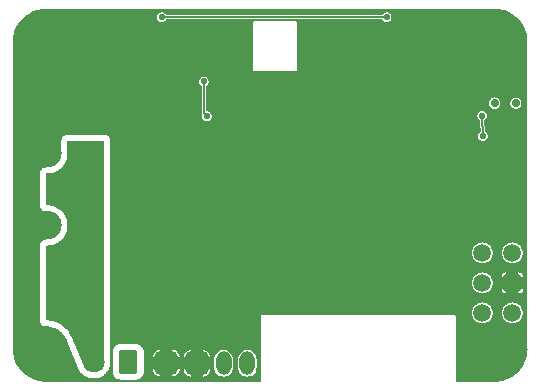
<source format=gbr>
%TF.GenerationSoftware,Altium Limited,Altium Designer,20.1.8 (145)*%
G04 Layer_Physical_Order=2*
G04 Layer_Color=16711680*
%FSLAX24Y24*%
%MOIN*%
%TF.SameCoordinates,2251247C-4072-41CD-9A68-8E7E2D596FDF*%
%TF.FilePolarity,Positive*%
%TF.FileFunction,Copper,L2,Bot,Signal*%
%TF.Part,Single*%
G01*
G75*
%TA.AperFunction,Conductor*%
%ADD10C,0.0050*%
%TA.AperFunction,ComponentPad*%
%ADD35C,0.0276*%
%TA.AperFunction,ViaPad*%
%ADD36C,0.0276*%
%TA.AperFunction,ComponentPad*%
%ADD37C,0.0591*%
G04:AMPARAMS|DCode=38|XSize=59.1mil|YSize=59.1mil|CornerRadius=5.9mil|HoleSize=0mil|Usage=FLASHONLY|Rotation=180.000|XOffset=0mil|YOffset=0mil|HoleType=Round|Shape=RoundedRectangle|*
%AMROUNDEDRECTD38*
21,1,0.0591,0.0472,0,0,180.0*
21,1,0.0472,0.0591,0,0,180.0*
1,1,0.0118,-0.0236,0.0236*
1,1,0.0118,0.0236,0.0236*
1,1,0.0118,0.0236,-0.0236*
1,1,0.0118,-0.0236,-0.0236*
%
%ADD38ROUNDEDRECTD38*%
G04:AMPARAMS|DCode=39|XSize=63mil|YSize=78.7mil|CornerRadius=6.3mil|HoleSize=0mil|Usage=FLASHONLY|Rotation=0.000|XOffset=0mil|YOffset=0mil|HoleType=Round|Shape=RoundedRectangle|*
%AMROUNDEDRECTD39*
21,1,0.0630,0.0661,0,0,0.0*
21,1,0.0504,0.0787,0,0,0.0*
1,1,0.0126,0.0252,-0.0331*
1,1,0.0126,-0.0252,-0.0331*
1,1,0.0126,-0.0252,0.0331*
1,1,0.0126,0.0252,0.0331*
%
%ADD39ROUNDEDRECTD39*%
%ADD40C,0.0709*%
%TA.AperFunction,ViaPad*%
%ADD41O,0.1575X0.0945*%
%ADD42C,0.1496*%
%TA.AperFunction,ComponentPad*%
G04:AMPARAMS|DCode=43|XSize=51.2mil|YSize=78.7mil|CornerRadius=25.6mil|HoleSize=0mil|Usage=FLASHONLY|Rotation=0.000|XOffset=0mil|YOffset=0mil|HoleType=Round|Shape=RoundedRectangle|*
%AMROUNDEDRECTD43*
21,1,0.0512,0.0276,0,0,0.0*
21,1,0.0000,0.0787,0,0,0.0*
1,1,0.0512,0.0000,-0.0138*
1,1,0.0512,0.0000,-0.0138*
1,1,0.0512,0.0000,0.0138*
1,1,0.0512,0.0000,0.0138*
%
%ADD43ROUNDEDRECTD43*%
G04:AMPARAMS|DCode=44|XSize=78.7mil|YSize=78.7mil|CornerRadius=19.7mil|HoleSize=0mil|Usage=FLASHONLY|Rotation=0.000|XOffset=0mil|YOffset=0mil|HoleType=Round|Shape=RoundedRectangle|*
%AMROUNDEDRECTD44*
21,1,0.0787,0.0394,0,0,0.0*
21,1,0.0394,0.0787,0,0,0.0*
1,1,0.0394,0.0197,-0.0197*
1,1,0.0394,-0.0197,-0.0197*
1,1,0.0394,-0.0197,0.0197*
1,1,0.0394,0.0197,0.0197*
%
%ADD44ROUNDEDRECTD44*%
%TA.AperFunction,ViaPad*%
%ADD45C,0.0260*%
%ADD46C,0.0220*%
%TA.AperFunction,TestPad*%
%ADD47C,0.0591*%
G36*
X16228Y12511D02*
X16313Y12501D01*
X16398Y12484D01*
X16481Y12461D01*
X16562Y12431D01*
X16640Y12395D01*
X16715Y12353D01*
X16787Y12305D01*
X16854Y12252D01*
X16918Y12193D01*
X16976Y12130D01*
X17029Y12062D01*
X17077Y11991D01*
X17119Y11915D01*
X17155Y11837D01*
X17185Y11756D01*
X17209Y11673D01*
X17225Y11589D01*
X17236Y11503D01*
X17237Y11467D01*
X17238Y11417D01*
X17238Y11417D01*
X17238Y11369D01*
Y1181D01*
X17239Y1178D01*
X17236Y1095D01*
X17225Y1009D01*
X17209Y925D01*
X17185Y842D01*
X17155Y761D01*
X17119Y683D01*
X17077Y608D01*
X17029Y536D01*
X16976Y469D01*
X16918Y405D01*
X16854Y347D01*
X16787Y293D01*
X16715Y246D01*
X16640Y203D01*
X16562Y167D01*
X16481Y138D01*
X16398Y114D01*
X16313Y97D01*
X16228Y87D01*
X16191Y86D01*
X16142Y84D01*
X16142Y84D01*
X16093Y84D01*
X14862D01*
Y2253D01*
X14858Y2273D01*
X14847Y2289D01*
X14831Y2300D01*
X14811Y2304D01*
X8391D01*
X8371Y2300D01*
X8355Y2289D01*
X8344Y2273D01*
X8340Y2253D01*
Y84D01*
X1181D01*
X1178Y84D01*
X1095Y87D01*
X1009Y97D01*
X925Y114D01*
X842Y138D01*
X761Y167D01*
X683Y203D01*
X608Y246D01*
X536Y293D01*
X469Y347D01*
X405Y405D01*
X347Y469D01*
X293Y536D01*
X246Y608D01*
X203Y683D01*
X167Y761D01*
X138Y842D01*
X114Y925D01*
X97Y1009D01*
X87Y1095D01*
X84Y1178D01*
X84Y1181D01*
Y11432D01*
X87Y11503D01*
X97Y11589D01*
X114Y11673D01*
X138Y11756D01*
X167Y11837D01*
X203Y11915D01*
X246Y11991D01*
X293Y12062D01*
X347Y12130D01*
X405Y12193D01*
X469Y12252D01*
X536Y12305D01*
X608Y12353D01*
X683Y12395D01*
X761Y12431D01*
X842Y12461D01*
X925Y12484D01*
X1009Y12501D01*
X1095Y12511D01*
X1178Y12514D01*
X1181Y12514D01*
X16142D01*
X16145Y12514D01*
X16228Y12511D01*
D02*
G37*
%LPC*%
G36*
X12542Y12394D02*
X12511Y12391D01*
X12480Y12382D01*
X12453Y12367D01*
X12428Y12347D01*
X12408Y12323D01*
X12401Y12309D01*
X5186D01*
X5179Y12323D01*
X5159Y12347D01*
X5134Y12367D01*
X5106Y12382D01*
X5076Y12391D01*
X5045Y12394D01*
X5013Y12391D01*
X4983Y12382D01*
X4955Y12367D01*
X4931Y12347D01*
X4911Y12323D01*
X4896Y12295D01*
X4887Y12265D01*
X4884Y12233D01*
X4887Y12202D01*
X4896Y12172D01*
X4911Y12144D01*
X4931Y12119D01*
X4955Y12099D01*
X4983Y12085D01*
X5013Y12075D01*
X5045Y12072D01*
X5076Y12075D01*
X5106Y12085D01*
X5134Y12099D01*
X5159Y12119D01*
X5179Y12144D01*
X5186Y12158D01*
X12401D01*
X12408Y12144D01*
X12428Y12119D01*
X12453Y12099D01*
X12480Y12085D01*
X12511Y12075D01*
X12542Y12072D01*
X12573Y12075D01*
X12604Y12085D01*
X12632Y12099D01*
X12656Y12119D01*
X12676Y12144D01*
X12691Y12172D01*
X12700Y12202D01*
X12703Y12233D01*
X12700Y12265D01*
X12691Y12295D01*
X12676Y12323D01*
X12656Y12347D01*
X12632Y12367D01*
X12604Y12382D01*
X12573Y12391D01*
X12542Y12394D01*
D02*
G37*
G36*
X5759Y10990D02*
X5732Y10987D01*
X5706Y10979D01*
X5682Y10967D01*
X5661Y10949D01*
X5643Y10928D01*
X5631Y10905D01*
X5623Y10879D01*
X5620Y10852D01*
X5623Y10825D01*
X5631Y10799D01*
X5643Y10775D01*
X5661Y10754D01*
X5682Y10736D01*
X5706Y10724D01*
X5732Y10716D01*
X5759Y10713D01*
X5786Y10716D01*
X5812Y10724D01*
X5836Y10736D01*
X5857Y10754D01*
X5874Y10775D01*
X5887Y10799D01*
X5894Y10825D01*
X5897Y10852D01*
X5894Y10879D01*
X5887Y10905D01*
X5874Y10928D01*
X5857Y10949D01*
X5836Y10967D01*
X5812Y10979D01*
X5786Y10987D01*
X5759Y10990D01*
D02*
G37*
G36*
X9509Y12103D02*
X8131D01*
X8111Y12099D01*
X8095Y12088D01*
X8084Y12072D01*
X8080Y12052D01*
X8080Y10477D01*
X8084Y10458D01*
X8095Y10441D01*
X8111Y10430D01*
X8131Y10426D01*
X9509D01*
X9528Y10430D01*
X9545Y10441D01*
X9556Y10458D01*
X9560Y10477D01*
X9560Y12052D01*
X9556Y12072D01*
X9545Y12088D01*
X9528Y12099D01*
X9509Y12103D01*
D02*
G37*
G36*
X16848Y9559D02*
X16811Y9555D01*
X16776Y9544D01*
X16743Y9527D01*
X16715Y9504D01*
X16691Y9475D01*
X16674Y9442D01*
X16663Y9407D01*
X16659Y9370D01*
X16663Y9333D01*
X16674Y9298D01*
X16691Y9265D01*
X16715Y9237D01*
X16743Y9213D01*
X16776Y9196D01*
X16811Y9185D01*
X16848Y9181D01*
X16885Y9185D01*
X16920Y9196D01*
X16953Y9213D01*
X16981Y9237D01*
X17005Y9265D01*
X17022Y9298D01*
X17033Y9333D01*
X17037Y9370D01*
X17033Y9407D01*
X17022Y9442D01*
X17005Y9475D01*
X16981Y9504D01*
X16953Y9527D01*
X16920Y9544D01*
X16885Y9555D01*
X16848Y9559D01*
D02*
G37*
G36*
X16139D02*
X16103Y9555D01*
X16067Y9544D01*
X16035Y9527D01*
X16006Y9504D01*
X15982Y9475D01*
X15965Y9442D01*
X15954Y9407D01*
X15951Y9370D01*
X15954Y9333D01*
X15965Y9298D01*
X15982Y9265D01*
X16006Y9237D01*
X16035Y9213D01*
X16067Y9196D01*
X16103Y9185D01*
X16139Y9181D01*
X16176Y9185D01*
X16212Y9196D01*
X16244Y9213D01*
X16273Y9237D01*
X16296Y9265D01*
X16314Y9298D01*
X16324Y9333D01*
X16328Y9370D01*
X16324Y9407D01*
X16314Y9442D01*
X16296Y9475D01*
X16273Y9504D01*
X16244Y9527D01*
X16212Y9544D01*
X16176Y9555D01*
X16139Y9559D01*
D02*
G37*
G36*
X6453Y10251D02*
X6421Y10248D01*
X6391Y10239D01*
X6363Y10224D01*
X6339Y10204D01*
X6319Y10179D01*
X6304Y10151D01*
X6295Y10121D01*
X6292Y10090D01*
X6295Y10058D01*
X6304Y10028D01*
X6319Y10000D01*
X6339Y9976D01*
X6363Y9956D01*
X6377Y9949D01*
Y9031D01*
X6377Y9031D01*
X6380Y9011D01*
X6387Y8993D01*
X6398Y8979D01*
X6393Y8964D01*
X6390Y8932D01*
X6393Y8901D01*
X6403Y8871D01*
X6417Y8843D01*
X6437Y8819D01*
X6462Y8799D01*
X6490Y8784D01*
X6520Y8775D01*
X6551Y8771D01*
X6583Y8775D01*
X6613Y8784D01*
X6641Y8799D01*
X6665Y8819D01*
X6685Y8843D01*
X6700Y8871D01*
X6709Y8901D01*
X6712Y8932D01*
X6709Y8964D01*
X6700Y8994D01*
X6685Y9022D01*
X6665Y9046D01*
X6641Y9066D01*
X6613Y9081D01*
X6583Y9090D01*
X6551Y9093D01*
X6528Y9114D01*
Y9949D01*
X6542Y9956D01*
X6567Y9976D01*
X6587Y10000D01*
X6602Y10028D01*
X6611Y10058D01*
X6614Y10090D01*
X6611Y10121D01*
X6602Y10151D01*
X6587Y10179D01*
X6567Y10204D01*
X6542Y10224D01*
X6514Y10239D01*
X6484Y10248D01*
X6453Y10251D01*
D02*
G37*
G36*
X15724Y9114D02*
X15692Y9111D01*
X15662Y9102D01*
X15634Y9087D01*
X15610Y9067D01*
X15590Y9042D01*
X15575Y9015D01*
X15566Y8984D01*
X15563Y8953D01*
X15566Y8922D01*
X15575Y8891D01*
X15590Y8864D01*
X15610Y8839D01*
X15634Y8819D01*
X15648Y8812D01*
Y8591D01*
X15648Y8591D01*
X15651Y8571D01*
X15658Y8553D01*
X15670Y8537D01*
X15674Y8533D01*
Y8413D01*
X15661Y8406D01*
X15636Y8386D01*
X15616Y8361D01*
X15601Y8334D01*
X15592Y8303D01*
X15589Y8272D01*
X15592Y8240D01*
X15601Y8210D01*
X15616Y8182D01*
X15636Y8158D01*
X15661Y8138D01*
X15689Y8123D01*
X15719Y8114D01*
X15750Y8111D01*
X15782Y8114D01*
X15812Y8123D01*
X15840Y8138D01*
X15864Y8158D01*
X15884Y8182D01*
X15899Y8210D01*
X15908Y8240D01*
X15911Y8272D01*
X15908Y8303D01*
X15899Y8334D01*
X15884Y8361D01*
X15864Y8386D01*
X15840Y8406D01*
X15826Y8413D01*
Y8565D01*
X15826Y8565D01*
X15823Y8584D01*
X15816Y8602D01*
X15804Y8618D01*
X15804Y8618D01*
X15800Y8622D01*
Y8812D01*
X15813Y8819D01*
X15838Y8839D01*
X15858Y8864D01*
X15873Y8891D01*
X15882Y8922D01*
X15885Y8953D01*
X15882Y8984D01*
X15873Y9015D01*
X15858Y9042D01*
X15838Y9067D01*
X15813Y9087D01*
X15786Y9102D01*
X15755Y9111D01*
X15724Y9114D01*
D02*
G37*
G36*
X16735Y4725D02*
X16690Y4722D01*
X16645Y4713D01*
X16602Y4699D01*
X16562Y4679D01*
X16524Y4654D01*
X16490Y4624D01*
X16460Y4590D01*
X16435Y4552D01*
X16415Y4512D01*
X16401Y4469D01*
X16392Y4424D01*
X16389Y4379D01*
X16392Y4334D01*
X16401Y4290D01*
X16415Y4247D01*
X16435Y4206D01*
X16460Y4169D01*
X16490Y4135D01*
X16524Y4105D01*
X16562Y4080D01*
X16602Y4060D01*
X16645Y4045D01*
X16690Y4036D01*
X16735Y4033D01*
X16780Y4036D01*
X16824Y4045D01*
X16867Y4060D01*
X16908Y4080D01*
X16946Y4105D01*
X16980Y4135D01*
X17009Y4169D01*
X17035Y4206D01*
X17055Y4247D01*
X17069Y4290D01*
X17078Y4334D01*
X17081Y4379D01*
X17078Y4424D01*
X17069Y4469D01*
X17055Y4512D01*
X17035Y4552D01*
X17009Y4590D01*
X16980Y4624D01*
X16946Y4654D01*
X16908Y4679D01*
X16867Y4699D01*
X16824Y4713D01*
X16780Y4722D01*
X16735Y4725D01*
D02*
G37*
G36*
X15735D02*
X15690Y4722D01*
X15645Y4713D01*
X15602Y4699D01*
X15562Y4679D01*
X15524Y4654D01*
X15490Y4624D01*
X15460Y4590D01*
X15435Y4552D01*
X15415Y4512D01*
X15401Y4469D01*
X15392Y4424D01*
X15389Y4379D01*
X15392Y4334D01*
X15401Y4290D01*
X15415Y4247D01*
X15435Y4206D01*
X15460Y4169D01*
X15490Y4135D01*
X15524Y4105D01*
X15562Y4080D01*
X15602Y4060D01*
X15645Y4045D01*
X15690Y4036D01*
X15735Y4033D01*
X15780Y4036D01*
X15824Y4045D01*
X15867Y4060D01*
X15908Y4080D01*
X15946Y4105D01*
X15980Y4135D01*
X16009Y4169D01*
X16035Y4206D01*
X16055Y4247D01*
X16069Y4290D01*
X16078Y4334D01*
X16081Y4379D01*
X16078Y4424D01*
X16069Y4469D01*
X16055Y4512D01*
X16035Y4552D01*
X16009Y4590D01*
X15980Y4624D01*
X15946Y4654D01*
X15908Y4679D01*
X15867Y4699D01*
X15824Y4713D01*
X15780Y4722D01*
X15735Y4725D01*
D02*
G37*
G36*
X16971Y3725D02*
X16935D01*
Y3579D01*
X17081D01*
Y3615D01*
X17077Y3644D01*
X17066Y3670D01*
X17049Y3693D01*
X17026Y3711D01*
X17000Y3722D01*
X16971Y3725D01*
D02*
G37*
G36*
X16535D02*
X16499D01*
X16470Y3722D01*
X16444Y3711D01*
X16421Y3693D01*
X16403Y3670D01*
X16392Y3644D01*
X16389Y3615D01*
Y3579D01*
X16535D01*
Y3725D01*
D02*
G37*
G36*
X15735Y3725D02*
X15690Y3722D01*
X15645Y3713D01*
X15602Y3699D01*
X15562Y3679D01*
X15524Y3654D01*
X15490Y3624D01*
X15460Y3590D01*
X15435Y3552D01*
X15415Y3512D01*
X15401Y3469D01*
X15392Y3424D01*
X15389Y3379D01*
X15392Y3334D01*
X15401Y3290D01*
X15415Y3247D01*
X15435Y3206D01*
X15460Y3169D01*
X15490Y3135D01*
X15524Y3105D01*
X15562Y3080D01*
X15602Y3060D01*
X15645Y3045D01*
X15690Y3036D01*
X15735Y3033D01*
X15780Y3036D01*
X15824Y3045D01*
X15867Y3060D01*
X15908Y3080D01*
X15946Y3105D01*
X15980Y3135D01*
X16009Y3169D01*
X16035Y3206D01*
X16055Y3247D01*
X16069Y3290D01*
X16078Y3334D01*
X16081Y3379D01*
X16078Y3424D01*
X16069Y3469D01*
X16055Y3512D01*
X16035Y3552D01*
X16009Y3590D01*
X15980Y3624D01*
X15946Y3654D01*
X15908Y3679D01*
X15867Y3699D01*
X15824Y3713D01*
X15780Y3722D01*
X15735Y3725D01*
D02*
G37*
G36*
X17081Y3179D02*
X16935D01*
Y3033D01*
X16971D01*
X17000Y3037D01*
X17026Y3048D01*
X17049Y3065D01*
X17066Y3088D01*
X17077Y3115D01*
X17081Y3143D01*
Y3179D01*
D02*
G37*
G36*
X16535D02*
X16389D01*
Y3143D01*
X16392Y3115D01*
X16403Y3088D01*
X16421Y3065D01*
X16444Y3048D01*
X16470Y3037D01*
X16499Y3033D01*
X16535D01*
Y3179D01*
D02*
G37*
G36*
X16735Y2725D02*
X16690Y2722D01*
X16645Y2713D01*
X16602Y2699D01*
X16562Y2679D01*
X16524Y2654D01*
X16490Y2624D01*
X16460Y2590D01*
X16435Y2552D01*
X16415Y2512D01*
X16401Y2469D01*
X16392Y2424D01*
X16389Y2379D01*
X16392Y2334D01*
X16401Y2290D01*
X16415Y2247D01*
X16435Y2206D01*
X16460Y2169D01*
X16490Y2135D01*
X16524Y2105D01*
X16562Y2080D01*
X16602Y2060D01*
X16645Y2045D01*
X16690Y2036D01*
X16735Y2033D01*
X16780Y2036D01*
X16824Y2045D01*
X16867Y2060D01*
X16908Y2080D01*
X16946Y2105D01*
X16980Y2135D01*
X17009Y2169D01*
X17035Y2206D01*
X17055Y2247D01*
X17069Y2290D01*
X17078Y2334D01*
X17081Y2379D01*
X17078Y2424D01*
X17069Y2469D01*
X17055Y2512D01*
X17035Y2552D01*
X17009Y2590D01*
X16980Y2624D01*
X16946Y2654D01*
X16908Y2679D01*
X16867Y2699D01*
X16824Y2713D01*
X16780Y2722D01*
X16735Y2725D01*
D02*
G37*
G36*
X15735D02*
X15690Y2722D01*
X15645Y2713D01*
X15602Y2699D01*
X15562Y2679D01*
X15524Y2654D01*
X15490Y2624D01*
X15460Y2590D01*
X15435Y2552D01*
X15415Y2512D01*
X15401Y2469D01*
X15392Y2424D01*
X15389Y2379D01*
X15392Y2334D01*
X15401Y2290D01*
X15415Y2247D01*
X15435Y2206D01*
X15460Y2169D01*
X15490Y2135D01*
X15524Y2105D01*
X15562Y2080D01*
X15602Y2060D01*
X15645Y2045D01*
X15690Y2036D01*
X15735Y2033D01*
X15780Y2036D01*
X15824Y2045D01*
X15867Y2060D01*
X15908Y2080D01*
X15946Y2105D01*
X15980Y2135D01*
X16009Y2169D01*
X16035Y2206D01*
X16055Y2247D01*
X16069Y2290D01*
X16078Y2334D01*
X16081Y2379D01*
X16078Y2424D01*
X16069Y2469D01*
X16055Y2512D01*
X16035Y2552D01*
X16009Y2590D01*
X15980Y2624D01*
X15946Y2654D01*
X15908Y2679D01*
X15867Y2699D01*
X15824Y2713D01*
X15780Y2722D01*
X15735Y2725D01*
D02*
G37*
G36*
X5399Y1153D02*
Y909D01*
X5643D01*
X5641Y944D01*
X5632Y982D01*
X5617Y1018D01*
X5596Y1051D01*
X5571Y1081D01*
X5542Y1106D01*
X5508Y1126D01*
X5473Y1141D01*
X5435Y1150D01*
X5399Y1153D01*
D02*
G37*
G36*
X4999D02*
X4964Y1150D01*
X4926Y1141D01*
X4890Y1126D01*
X4857Y1106D01*
X4827Y1081D01*
X4802Y1051D01*
X4782Y1018D01*
X4767Y982D01*
X4758Y944D01*
X4755Y909D01*
X4999D01*
Y1153D01*
D02*
G37*
G36*
X6419Y1143D02*
Y899D01*
X6663D01*
X6661Y934D01*
X6652Y972D01*
X6637Y1008D01*
X6616Y1041D01*
X6591Y1071D01*
X6562Y1096D01*
X6528Y1116D01*
X6493Y1131D01*
X6455Y1140D01*
X6419Y1143D01*
D02*
G37*
G36*
X6019D02*
X5984Y1140D01*
X5946Y1131D01*
X5910Y1116D01*
X5877Y1096D01*
X5847Y1071D01*
X5822Y1041D01*
X5802Y1008D01*
X5787Y972D01*
X5778Y934D01*
X5775Y899D01*
X6019D01*
Y1143D01*
D02*
G37*
G36*
X5643Y509D02*
X5399D01*
Y265D01*
X5435Y267D01*
X5473Y276D01*
X5508Y291D01*
X5542Y312D01*
X5571Y337D01*
X5596Y366D01*
X5617Y400D01*
X5632Y435D01*
X5641Y473D01*
X5643Y509D01*
D02*
G37*
G36*
X4999D02*
X4755D01*
X4758Y473D01*
X4767Y435D01*
X4782Y400D01*
X4802Y366D01*
X4827Y337D01*
X4857Y312D01*
X4890Y291D01*
X4926Y276D01*
X4964Y267D01*
X4999Y265D01*
Y509D01*
D02*
G37*
G36*
X6663Y499D02*
X6419D01*
Y255D01*
X6455Y257D01*
X6493Y266D01*
X6528Y281D01*
X6562Y302D01*
X6591Y327D01*
X6616Y356D01*
X6637Y390D01*
X6652Y425D01*
X6661Y463D01*
X6663Y499D01*
D02*
G37*
G36*
X6019D02*
X5775D01*
X5778Y463D01*
X5787Y425D01*
X5802Y390D01*
X5822Y356D01*
X5847Y327D01*
X5877Y302D01*
X5910Y281D01*
X5946Y266D01*
X5984Y257D01*
X6019Y255D01*
Y499D01*
D02*
G37*
G36*
X7899Y1143D02*
X7851Y1140D01*
X7804Y1128D01*
X7760Y1110D01*
X7719Y1085D01*
X7682Y1054D01*
X7651Y1017D01*
X7626Y976D01*
X7607Y931D01*
X7596Y885D01*
X7592Y837D01*
Y561D01*
X7596Y513D01*
X7607Y466D01*
X7626Y422D01*
X7651Y381D01*
X7682Y344D01*
X7719Y313D01*
X7760Y288D01*
X7804Y269D01*
X7851Y258D01*
X7899Y254D01*
X7947Y258D01*
X7994Y269D01*
X8039Y288D01*
X8080Y313D01*
X8116Y344D01*
X8147Y381D01*
X8173Y422D01*
X8191Y466D01*
X8202Y513D01*
X8206Y561D01*
Y837D01*
X8202Y885D01*
X8191Y931D01*
X8173Y976D01*
X8147Y1017D01*
X8116Y1054D01*
X8080Y1085D01*
X8039Y1110D01*
X7994Y1128D01*
X7947Y1140D01*
X7899Y1143D01*
D02*
G37*
G36*
X7107D02*
X7059Y1140D01*
X7012Y1128D01*
X6968Y1110D01*
X6927Y1085D01*
X6890Y1054D01*
X6859Y1017D01*
X6834Y976D01*
X6815Y931D01*
X6804Y885D01*
X6800Y837D01*
Y561D01*
X6804Y513D01*
X6815Y466D01*
X6834Y422D01*
X6859Y381D01*
X6890Y344D01*
X6927Y313D01*
X6968Y288D01*
X7012Y269D01*
X7059Y258D01*
X7107Y254D01*
X7155Y258D01*
X7202Y269D01*
X7247Y288D01*
X7288Y313D01*
X7324Y344D01*
X7355Y381D01*
X7381Y422D01*
X7399Y466D01*
X7410Y513D01*
X7414Y561D01*
Y837D01*
X7410Y885D01*
X7399Y931D01*
X7381Y976D01*
X7355Y1017D01*
X7324Y1054D01*
X7288Y1085D01*
X7247Y1110D01*
X7202Y1128D01*
X7155Y1140D01*
X7107Y1143D01*
D02*
G37*
G36*
X3134Y8321D02*
X1904Y8321D01*
X1864Y8317D01*
X1827Y8306D01*
X1792Y8287D01*
X1762Y8262D01*
X1737Y8232D01*
X1718Y8197D01*
X1707Y8160D01*
X1703Y8120D01*
X1703Y7704D01*
X1700Y7651D01*
X1693Y7605D01*
X1682Y7560D01*
X1666Y7516D01*
X1647Y7474D01*
X1623Y7435D01*
X1595Y7397D01*
X1564Y7363D01*
X1530Y7332D01*
X1493Y7304D01*
X1453Y7281D01*
X1411Y7261D01*
X1367Y7245D01*
X1322Y7234D01*
X1277Y7227D01*
X1225Y7225D01*
X1181D01*
X1142Y7221D01*
X1104Y7209D01*
X1069Y7191D01*
X1039Y7166D01*
X1014Y7135D01*
X995Y7101D01*
X984Y7063D01*
X980Y7024D01*
X980Y5969D01*
X984Y5929D01*
X995Y5892D01*
X1014Y5857D01*
X1039Y5827D01*
X1069Y5802D01*
X1104Y5783D01*
X1142Y5772D01*
X1181Y5768D01*
X1225D01*
X1277Y5765D01*
X1322Y5758D01*
X1367Y5747D01*
X1411Y5732D01*
X1453Y5712D01*
X1493Y5688D01*
X1530Y5660D01*
X1564Y5629D01*
X1595Y5595D01*
X1623Y5558D01*
X1647Y5518D01*
X1666Y5476D01*
X1682Y5432D01*
X1693Y5388D01*
X1700Y5342D01*
X1702Y5295D01*
X1700Y5249D01*
X1693Y5203D01*
X1682Y5158D01*
X1666Y5115D01*
X1647Y5073D01*
X1623Y5033D01*
X1595Y4996D01*
X1564Y4962D01*
X1530Y4931D01*
X1493Y4903D01*
X1453Y4879D01*
X1411Y4859D01*
X1367Y4844D01*
X1322Y4832D01*
X1277Y4826D01*
X1225Y4823D01*
X1181D01*
X1142Y4819D01*
X1104Y4808D01*
X1069Y4789D01*
X1039Y4764D01*
X1014Y4734D01*
X995Y4699D01*
X984Y4661D01*
X980Y4622D01*
X980Y2130D01*
X982Y2115D01*
X982Y2099D01*
X984Y2095D01*
X984Y2091D01*
X988Y2076D01*
X992Y2061D01*
X994Y2057D01*
X995Y2053D01*
X1003Y2040D01*
X1009Y2026D01*
X1012Y2022D01*
X1014Y2018D01*
X1024Y2007D01*
X1033Y1994D01*
X1036Y1991D01*
X1039Y1988D01*
X1051Y1978D01*
X1062Y1968D01*
X1066Y1966D01*
X1069Y1963D01*
X1083Y1956D01*
X1096Y1948D01*
X1100Y1946D01*
X1104Y1944D01*
X1119Y1940D01*
X1133Y1935D01*
X1138Y1934D01*
X1142Y1933D01*
X1157Y1931D01*
X1172Y1929D01*
X1246Y1926D01*
X1311Y1918D01*
X1375Y1903D01*
X1437Y1884D01*
X1497Y1859D01*
X1555Y1829D01*
X1610Y1794D01*
X1662Y1754D01*
X1710Y1710D01*
X1754Y1662D01*
X1794Y1610D01*
X1829Y1555D01*
X1844Y1525D01*
X1847Y1521D01*
X1848Y1518D01*
X1867Y1485D01*
X1881Y1451D01*
X2267Y534D01*
X2277Y511D01*
X2283Y499D01*
X2289Y486D01*
X2314Y444D01*
X2323Y433D01*
X2330Y421D01*
X2361Y382D01*
X2371Y373D01*
X2380Y362D01*
X2416Y328D01*
X2427Y320D01*
X2437Y310D01*
X2477Y282D01*
X2489Y275D01*
X2501Y267D01*
X2545Y245D01*
X2558Y239D01*
X2570Y234D01*
X2617Y217D01*
X2630Y214D01*
X2643Y210D01*
X2692Y200D01*
X2705Y198D01*
X2719Y196D01*
X2768Y193D01*
X2782Y193D01*
X2796Y193D01*
X2845Y197D01*
X2859Y199D01*
X2873Y201D01*
X2921Y211D01*
X2934Y215D01*
X2948Y219D01*
X2994Y236D01*
X3006Y242D01*
X3019Y247D01*
X3063Y270D01*
X3074Y278D01*
X3086Y285D01*
X3126Y314D01*
X3137Y323D01*
X3147Y332D01*
X3183Y366D01*
X3192Y377D01*
X3201Y387D01*
X3232Y426D01*
X3239Y437D01*
X3247Y449D01*
X3272Y491D01*
X3278Y504D01*
X3284Y516D01*
X3303Y562D01*
X3307Y575D01*
X3312Y588D01*
X3324Y636D01*
X3326Y650D01*
X3329Y664D01*
X3334Y713D01*
X3334Y726D01*
X3335Y740D01*
X3334Y761D01*
X3334Y8120D01*
X3331Y8160D01*
X3319Y8197D01*
X3301Y8232D01*
X3276Y8262D01*
X3245Y8287D01*
X3210Y8306D01*
X3173Y8317D01*
X3134Y8321D01*
D02*
G37*
G36*
X4178Y1343D02*
X3674D01*
X3633Y1340D01*
X3593Y1330D01*
X3555Y1315D01*
X3519Y1293D01*
X3488Y1266D01*
X3461Y1235D01*
X3439Y1199D01*
X3423Y1161D01*
X3414Y1121D01*
X3411Y1080D01*
Y418D01*
X3414Y377D01*
X3423Y337D01*
X3439Y298D01*
X3461Y263D01*
X3488Y232D01*
X3519Y205D01*
X3555Y183D01*
X3593Y167D01*
X3633Y158D01*
X3674Y154D01*
X4178D01*
X4220Y158D01*
X4260Y167D01*
X4298Y183D01*
X4333Y205D01*
X4365Y232D01*
X4392Y263D01*
X4413Y298D01*
X4429Y337D01*
X4439Y377D01*
X4442Y418D01*
Y1080D01*
X4439Y1121D01*
X4429Y1161D01*
X4413Y1199D01*
X4392Y1235D01*
X4365Y1266D01*
X4333Y1293D01*
X4298Y1315D01*
X4260Y1330D01*
X4220Y1340D01*
X4178Y1343D01*
D02*
G37*
%LPD*%
G36*
X3134Y759D02*
X3133Y759D01*
X3134Y734D01*
X3129Y685D01*
X3117Y638D01*
X3098Y592D01*
X3074Y550D01*
X3043Y511D01*
X3008Y477D01*
X2968Y448D01*
X2925Y424D01*
X2878Y407D01*
X2830Y397D01*
X2781Y393D01*
X2732Y397D01*
X2684Y406D01*
X2637Y423D01*
X2594Y446D01*
X2554Y474D01*
X2518Y508D01*
X2487Y546D01*
X2462Y589D01*
X2453Y611D01*
X2067Y1529D01*
X2047Y1575D01*
Y1575D01*
X2023Y1618D01*
X2003Y1656D01*
X1958Y1725D01*
X1908Y1791D01*
X1852Y1852D01*
X1791Y1908D01*
X1725Y1958D01*
X1656Y2003D01*
X1582Y2041D01*
X1506Y2073D01*
X1427Y2098D01*
X1346Y2116D01*
X1264Y2126D01*
X1181Y2130D01*
X1181Y4622D01*
X1230D01*
X1296Y4625D01*
X1362Y4635D01*
X1426Y4651D01*
X1488Y4673D01*
X1548Y4702D01*
X1604Y4736D01*
X1657Y4775D01*
X1706Y4819D01*
X1751Y4868D01*
X1790Y4921D01*
X1824Y4978D01*
X1852Y5038D01*
X1875Y5100D01*
X1891Y5164D01*
X1900Y5229D01*
X1904Y5295D01*
X1900Y5361D01*
X1891Y5427D01*
X1875Y5491D01*
X1852Y5553D01*
X1824Y5613D01*
X1790Y5669D01*
X1751Y5723D01*
X1706Y5771D01*
X1657Y5816D01*
X1604Y5855D01*
X1548Y5889D01*
X1488Y5917D01*
X1426Y5940D01*
X1362Y5956D01*
X1296Y5965D01*
X1230Y5969D01*
X1181D01*
X1181Y7024D01*
X1230D01*
X1296Y7027D01*
X1362Y7037D01*
X1426Y7053D01*
X1488Y7075D01*
X1548Y7103D01*
X1604Y7137D01*
X1657Y7176D01*
X1706Y7221D01*
X1751Y7270D01*
X1790Y7323D01*
X1824Y7380D01*
X1852Y7439D01*
X1875Y7501D01*
X1891Y7566D01*
X1900Y7631D01*
X1904Y7697D01*
X1904D01*
X1904Y8120D01*
X3134Y8120D01*
X3134Y759D01*
D02*
G37*
D10*
X15724Y8591D02*
Y8953D01*
Y8591D02*
X15750Y8565D01*
Y8272D02*
Y8565D01*
X5045Y12233D02*
X12542D01*
X6453Y9031D02*
X6551Y8932D01*
X6453Y9031D02*
Y10090D01*
D35*
X16139Y9370D02*
D03*
X16848D02*
D03*
D36*
X5759Y10852D02*
D03*
D37*
X15735Y4379D02*
D03*
Y3379D02*
D03*
Y2379D02*
D03*
X16735D02*
D03*
Y4379D02*
D03*
D38*
Y3379D02*
D03*
D39*
X3926Y749D02*
D03*
D40*
X2779D02*
D03*
D41*
X915Y7697D02*
D03*
Y5295D02*
D03*
X16407Y7697D02*
D03*
Y5295D02*
D03*
D42*
X16142Y11417D02*
D03*
Y1181D02*
D03*
X1181D02*
D03*
Y11417D02*
D03*
D43*
X7899Y699D02*
D03*
X7107D02*
D03*
D44*
X6219D02*
D03*
X5199Y709D02*
D03*
D45*
X7295Y5071D02*
D03*
X929Y9130D02*
D03*
X7568Y4945D02*
D03*
X7430Y2290D02*
D03*
Y1770D02*
D03*
X7257Y3650D02*
D03*
X6672Y1870D02*
D03*
X6860Y5060D02*
D03*
X7744Y10039D02*
D03*
X7138D02*
D03*
X6836D02*
D03*
X3931Y10855D02*
D03*
X2390D02*
D03*
X3160D02*
D03*
X4316D02*
D03*
X3546D02*
D03*
X2775D02*
D03*
X640Y9130D02*
D03*
X7441Y10039D02*
D03*
X7744Y9469D02*
D03*
Y9754D02*
D03*
X8907Y9609D02*
D03*
X8268Y9319D02*
D03*
X8587Y9609D02*
D03*
Y9321D02*
D03*
X8907D02*
D03*
X2969Y7988D02*
D03*
Y7289D02*
D03*
Y5172D02*
D03*
Y4486D02*
D03*
X6034Y1512D02*
D03*
X6396D02*
D03*
X5673D02*
D03*
X5312D02*
D03*
X6570Y1289D02*
D03*
X8268Y9609D02*
D03*
X14414Y9449D02*
D03*
X12143Y11550D02*
D03*
X14739Y9449D02*
D03*
X5127Y1289D02*
D03*
X11833Y11550D02*
D03*
X11522D02*
D03*
X7352Y7325D02*
D03*
X11196Y11550D02*
D03*
X10869D02*
D03*
X2053Y7289D02*
D03*
X2359D02*
D03*
X2664D02*
D03*
X2053Y5172D02*
D03*
X2359D02*
D03*
X2664D02*
D03*
X5488Y1289D02*
D03*
X6210D02*
D03*
X2969Y1701D02*
D03*
X2664D02*
D03*
X2359D02*
D03*
X2053Y2439D02*
D03*
X2359D02*
D03*
X2664D02*
D03*
X2969D02*
D03*
X2664Y4486D02*
D03*
X2359D02*
D03*
X2053D02*
D03*
X2359Y1369D02*
D03*
X2664D02*
D03*
X2969D02*
D03*
X10216Y11550D02*
D03*
X10542D02*
D03*
X5849Y1289D02*
D03*
X2664Y7988D02*
D03*
X2359D02*
D03*
X2053D02*
D03*
D46*
X15724Y8953D02*
D03*
X15750Y8272D02*
D03*
X12542Y12233D02*
D03*
X6453Y10090D02*
D03*
X6551Y8932D02*
D03*
X5045Y12233D02*
D03*
D47*
X5759Y10852D02*
D03*
%TF.MD5,6459093fa2d8b4da8dd328efaef34846*%
M02*

</source>
